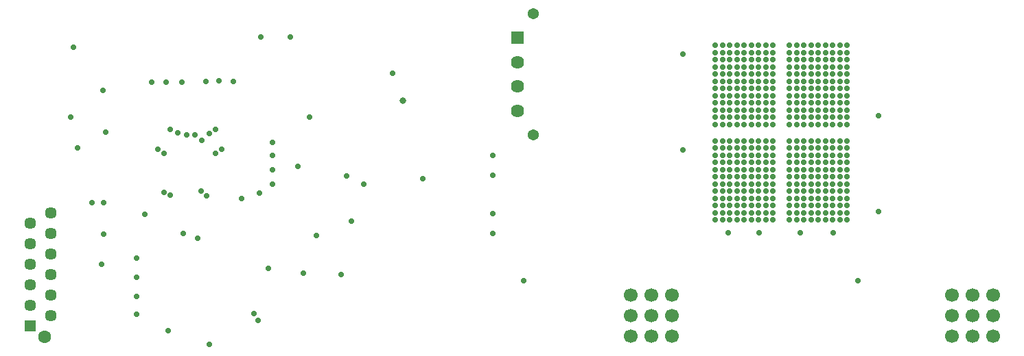
<source format=gbr>
%TF.GenerationSoftware,Altium Limited,Altium Designer,20.1.14 (287)*%
G04 Layer_Color=16711935*
%FSLAX26Y26*%
%MOIN*%
%TF.SameCoordinates,99935E59-988C-4C8E-A83C-0B030DBE8EB2*%
%TF.FilePolarity,Negative*%
%TF.FileFunction,Soldermask,Bot*%
%TF.Part,Single*%
G01*
G75*
%TA.AperFunction,ComponentPad*%
%ADD42C,0.062992*%
%TA.AperFunction,ViaPad*%
%ADD51C,0.027937*%
%TA.AperFunction,ComponentPad*%
%ADD52C,0.066929*%
%ADD53C,0.063779*%
%ADD54R,0.063779X0.063779*%
%ADD55C,0.057087*%
%ADD56R,0.057087X0.057087*%
%ADD57C,0.053937*%
%TA.AperFunction,ViaPad*%
%ADD58C,0.031937*%
D42*
X150000Y90000D02*
D03*
D51*
X3651416Y940000D02*
D03*
X3406416D02*
D03*
X3651416Y1010000D02*
D03*
X3406416D02*
D03*
X3581416Y940000D02*
D03*
Y1010000D02*
D03*
X3651416Y975000D02*
D03*
X3406416D02*
D03*
X3581416D02*
D03*
X3651416Y1045000D02*
D03*
X3581416D02*
D03*
X3476416Y940000D02*
D03*
Y1010000D02*
D03*
X3441416Y940000D02*
D03*
Y1010000D02*
D03*
X3511416Y940000D02*
D03*
X3546416D02*
D03*
X3511416Y1010000D02*
D03*
X3546416D02*
D03*
X3616416Y940000D02*
D03*
Y1010000D02*
D03*
X3686416Y940000D02*
D03*
Y1010000D02*
D03*
X3476416Y975000D02*
D03*
X3441416D02*
D03*
X3476416Y1045000D02*
D03*
X3511416Y975000D02*
D03*
X3546416D02*
D03*
X3511416Y1045000D02*
D03*
X3546416D02*
D03*
X3616416Y975000D02*
D03*
Y1045000D02*
D03*
X3686416Y975000D02*
D03*
Y1045000D02*
D03*
X3581416Y870000D02*
D03*
X3406416D02*
D03*
X3581416Y800000D02*
D03*
X3406416D02*
D03*
X3651416D02*
D03*
Y870000D02*
D03*
X3581416Y660000D02*
D03*
X3406416D02*
D03*
Y695000D02*
D03*
X3581416D02*
D03*
Y730000D02*
D03*
X3406416D02*
D03*
X3581416Y765000D02*
D03*
X3406416D02*
D03*
Y835000D02*
D03*
X3581416D02*
D03*
X3406416Y905000D02*
D03*
X3581416D02*
D03*
X3651416Y695000D02*
D03*
Y660000D02*
D03*
Y765000D02*
D03*
Y730000D02*
D03*
Y835000D02*
D03*
Y905000D02*
D03*
X3476416Y800000D02*
D03*
Y870000D02*
D03*
X3441416D02*
D03*
Y800000D02*
D03*
X3511416Y870000D02*
D03*
X3546416D02*
D03*
Y800000D02*
D03*
X3511416D02*
D03*
X3616416Y870000D02*
D03*
Y800000D02*
D03*
X3686416Y870000D02*
D03*
Y800000D02*
D03*
X3441416Y695000D02*
D03*
X3476416Y660000D02*
D03*
Y695000D02*
D03*
X3441416Y660000D02*
D03*
X3476416Y730000D02*
D03*
X3441416D02*
D03*
X3476416Y765000D02*
D03*
X3441416D02*
D03*
X3476416Y835000D02*
D03*
X3441416D02*
D03*
Y905000D02*
D03*
X3476416D02*
D03*
X3511416Y660000D02*
D03*
X3546416Y695000D02*
D03*
Y660000D02*
D03*
X3511416Y695000D02*
D03*
X3546416Y765000D02*
D03*
X3511416D02*
D03*
Y730000D02*
D03*
X3546416D02*
D03*
Y835000D02*
D03*
X3511416D02*
D03*
Y905000D02*
D03*
X3546416D02*
D03*
X3616416Y660000D02*
D03*
Y695000D02*
D03*
Y765000D02*
D03*
Y730000D02*
D03*
Y835000D02*
D03*
Y905000D02*
D03*
X3686416Y660000D02*
D03*
Y695000D02*
D03*
Y730000D02*
D03*
Y765000D02*
D03*
Y835000D02*
D03*
Y905000D02*
D03*
X3441416Y1045000D02*
D03*
X3406416D02*
D03*
X4011416Y940000D02*
D03*
X3766416D02*
D03*
X4011416Y1010000D02*
D03*
X3766416D02*
D03*
X3941416Y940000D02*
D03*
Y1010000D02*
D03*
X4011416Y975000D02*
D03*
X3766416D02*
D03*
X3941416D02*
D03*
X4011416Y1045000D02*
D03*
X3941416D02*
D03*
X3836416Y940000D02*
D03*
Y1010000D02*
D03*
X3801416Y940000D02*
D03*
Y1010000D02*
D03*
X3871416Y940000D02*
D03*
X3906416D02*
D03*
X3871416Y1010000D02*
D03*
X3906416D02*
D03*
X3976416Y940000D02*
D03*
Y1010000D02*
D03*
X4046416Y940000D02*
D03*
Y1010000D02*
D03*
X3836416Y975000D02*
D03*
X3801416D02*
D03*
X3836416Y1045000D02*
D03*
X3871416Y975000D02*
D03*
X3906416D02*
D03*
X3871416Y1045000D02*
D03*
X3906416D02*
D03*
X3976416Y975000D02*
D03*
Y1045000D02*
D03*
X4046416Y975000D02*
D03*
Y1045000D02*
D03*
X3941416Y870000D02*
D03*
X3766416D02*
D03*
X3941416Y800000D02*
D03*
X3766416D02*
D03*
X4011416D02*
D03*
Y870000D02*
D03*
X3941416Y660000D02*
D03*
X3766416D02*
D03*
Y695000D02*
D03*
X3941416D02*
D03*
Y730000D02*
D03*
X3766416D02*
D03*
X3941416Y765000D02*
D03*
X3766416D02*
D03*
Y835000D02*
D03*
X3941416D02*
D03*
X3766416Y905000D02*
D03*
X3941416D02*
D03*
X4011416Y695000D02*
D03*
Y660000D02*
D03*
Y765000D02*
D03*
Y730000D02*
D03*
Y835000D02*
D03*
Y905000D02*
D03*
X3836416Y800000D02*
D03*
Y870000D02*
D03*
X3801416D02*
D03*
Y800000D02*
D03*
X3871416Y870000D02*
D03*
X3906416D02*
D03*
Y800000D02*
D03*
X3871416D02*
D03*
X3976416Y870000D02*
D03*
Y800000D02*
D03*
X4046416Y870000D02*
D03*
Y800000D02*
D03*
X3801416Y695000D02*
D03*
X3836416Y660000D02*
D03*
Y695000D02*
D03*
X3801416Y660000D02*
D03*
X3836416Y730000D02*
D03*
X3801416D02*
D03*
X3836416Y765000D02*
D03*
X3801416D02*
D03*
X3836416Y835000D02*
D03*
X3801416D02*
D03*
Y905000D02*
D03*
X3836416D02*
D03*
X3871416Y660000D02*
D03*
X3906416Y695000D02*
D03*
Y660000D02*
D03*
X3871416Y695000D02*
D03*
X3906416Y765000D02*
D03*
X3871416D02*
D03*
Y730000D02*
D03*
X3906416D02*
D03*
Y835000D02*
D03*
X3871416D02*
D03*
Y905000D02*
D03*
X3906416D02*
D03*
X3976416Y660000D02*
D03*
Y695000D02*
D03*
Y765000D02*
D03*
Y730000D02*
D03*
Y835000D02*
D03*
Y905000D02*
D03*
X4046416Y660000D02*
D03*
Y695000D02*
D03*
Y730000D02*
D03*
Y765000D02*
D03*
Y835000D02*
D03*
Y905000D02*
D03*
X3801416Y1045000D02*
D03*
X3766416D02*
D03*
X4011416Y1405000D02*
D03*
X3766416D02*
D03*
X4011416Y1475000D02*
D03*
X3766416D02*
D03*
X3941416Y1405000D02*
D03*
Y1475000D02*
D03*
X4011416Y1440000D02*
D03*
X3766416D02*
D03*
X3941416D02*
D03*
X4011416Y1510000D02*
D03*
X3941416D02*
D03*
X3836416Y1405000D02*
D03*
Y1475000D02*
D03*
X3801416Y1405000D02*
D03*
Y1475000D02*
D03*
X3871416Y1405000D02*
D03*
X3906416D02*
D03*
X3871416Y1475000D02*
D03*
X3906416D02*
D03*
X3976416Y1405000D02*
D03*
Y1475000D02*
D03*
X4046416Y1405000D02*
D03*
Y1475000D02*
D03*
X3836416Y1440000D02*
D03*
X3801416D02*
D03*
X3836416Y1510000D02*
D03*
X3871416Y1440000D02*
D03*
X3906416D02*
D03*
X3871416Y1510000D02*
D03*
X3906416D02*
D03*
X3976416Y1440000D02*
D03*
Y1510000D02*
D03*
X4046416Y1440000D02*
D03*
Y1510000D02*
D03*
X3941416Y1335000D02*
D03*
X3766416D02*
D03*
X3941416Y1265000D02*
D03*
X3766416D02*
D03*
X4011416D02*
D03*
Y1335000D02*
D03*
X3941416Y1125000D02*
D03*
X3766416D02*
D03*
Y1160000D02*
D03*
X3941416D02*
D03*
Y1195000D02*
D03*
X3766416D02*
D03*
X3941416Y1230000D02*
D03*
X3766416D02*
D03*
Y1300000D02*
D03*
X3941416D02*
D03*
X3766416Y1370000D02*
D03*
X3941416D02*
D03*
X4011416Y1160000D02*
D03*
Y1125000D02*
D03*
Y1230000D02*
D03*
Y1195000D02*
D03*
Y1300000D02*
D03*
Y1370000D02*
D03*
X3836416Y1265000D02*
D03*
Y1335000D02*
D03*
X3801416D02*
D03*
Y1265000D02*
D03*
X3871416Y1335000D02*
D03*
X3906416D02*
D03*
Y1265000D02*
D03*
X3871416D02*
D03*
X3976416Y1335000D02*
D03*
Y1265000D02*
D03*
X4046416Y1335000D02*
D03*
Y1265000D02*
D03*
X3801416Y1160000D02*
D03*
X3836416Y1125000D02*
D03*
Y1160000D02*
D03*
X3801416Y1125000D02*
D03*
X3836416Y1195000D02*
D03*
X3801416D02*
D03*
X3836416Y1230000D02*
D03*
X3801416D02*
D03*
X3836416Y1300000D02*
D03*
X3801416D02*
D03*
Y1370000D02*
D03*
X3836416D02*
D03*
X3871416Y1125000D02*
D03*
X3906416Y1160000D02*
D03*
Y1125000D02*
D03*
X3871416Y1160000D02*
D03*
X3906416Y1230000D02*
D03*
X3871416D02*
D03*
Y1195000D02*
D03*
X3906416D02*
D03*
Y1300000D02*
D03*
X3871416D02*
D03*
Y1370000D02*
D03*
X3906416D02*
D03*
X3976416Y1125000D02*
D03*
Y1160000D02*
D03*
Y1230000D02*
D03*
Y1195000D02*
D03*
Y1300000D02*
D03*
Y1370000D02*
D03*
X4046416Y1125000D02*
D03*
Y1160000D02*
D03*
Y1195000D02*
D03*
Y1230000D02*
D03*
Y1300000D02*
D03*
Y1370000D02*
D03*
X3801416Y1510000D02*
D03*
X3766416D02*
D03*
X3651416Y1405000D02*
D03*
X3406416D02*
D03*
X3651416Y1475000D02*
D03*
X3406416D02*
D03*
X3581416Y1405000D02*
D03*
Y1475000D02*
D03*
X3651416Y1440000D02*
D03*
X3406416D02*
D03*
X3581416D02*
D03*
X3651416Y1510000D02*
D03*
X3581416D02*
D03*
X3476416Y1405000D02*
D03*
Y1475000D02*
D03*
X3441416Y1405000D02*
D03*
Y1475000D02*
D03*
X3511416Y1405000D02*
D03*
X3546416D02*
D03*
X3511416Y1475000D02*
D03*
X3546416D02*
D03*
X3616416Y1405000D02*
D03*
Y1475000D02*
D03*
X3686416Y1405000D02*
D03*
Y1475000D02*
D03*
X3476416Y1440000D02*
D03*
X3441416D02*
D03*
X3476416Y1510000D02*
D03*
X3511416Y1440000D02*
D03*
X3546416D02*
D03*
X3511416Y1510000D02*
D03*
X3546416D02*
D03*
X3616416Y1440000D02*
D03*
Y1510000D02*
D03*
X3686416Y1440000D02*
D03*
Y1510000D02*
D03*
X3581416Y1335000D02*
D03*
X3406416D02*
D03*
X3581416Y1265000D02*
D03*
X3406416D02*
D03*
X3651416D02*
D03*
Y1335000D02*
D03*
X3581416Y1125000D02*
D03*
X3406416D02*
D03*
Y1160000D02*
D03*
X3581416D02*
D03*
Y1195000D02*
D03*
X3406416D02*
D03*
X3581416Y1230000D02*
D03*
X3406416D02*
D03*
Y1300000D02*
D03*
X3581416D02*
D03*
X3406416Y1370000D02*
D03*
X3581416D02*
D03*
X3651416Y1160000D02*
D03*
Y1125000D02*
D03*
Y1230000D02*
D03*
Y1195000D02*
D03*
Y1300000D02*
D03*
Y1370000D02*
D03*
X3476416Y1265000D02*
D03*
Y1335000D02*
D03*
X3441416D02*
D03*
Y1265000D02*
D03*
X3511416Y1335000D02*
D03*
X3546416D02*
D03*
Y1265000D02*
D03*
X3511416D02*
D03*
X3616416Y1335000D02*
D03*
Y1265000D02*
D03*
X3686416Y1335000D02*
D03*
Y1265000D02*
D03*
X3441416Y1160000D02*
D03*
X3476416Y1125000D02*
D03*
Y1160000D02*
D03*
X3441416Y1125000D02*
D03*
X3476416Y1195000D02*
D03*
X3441416D02*
D03*
X3476416Y1230000D02*
D03*
X3441416D02*
D03*
X3476416Y1300000D02*
D03*
X3441416D02*
D03*
Y1370000D02*
D03*
X3476416D02*
D03*
X3511416Y1125000D02*
D03*
X3546416Y1160000D02*
D03*
Y1125000D02*
D03*
X3511416Y1160000D02*
D03*
X3546416Y1230000D02*
D03*
X3511416D02*
D03*
Y1195000D02*
D03*
X3546416D02*
D03*
Y1300000D02*
D03*
X3511416D02*
D03*
Y1370000D02*
D03*
X3546416D02*
D03*
X3616416Y1125000D02*
D03*
Y1160000D02*
D03*
Y1230000D02*
D03*
Y1195000D02*
D03*
Y1300000D02*
D03*
Y1370000D02*
D03*
X3686416Y1125000D02*
D03*
Y1160000D02*
D03*
Y1195000D02*
D03*
Y1230000D02*
D03*
Y1300000D02*
D03*
Y1370000D02*
D03*
X3441416Y1510000D02*
D03*
X3406416D02*
D03*
X4100000Y365000D02*
D03*
X2475000D02*
D03*
X3820000Y597480D02*
D03*
X4200000Y702500D02*
D03*
X2325000Y595000D02*
D03*
X4200000Y1167500D02*
D03*
X3250000Y1002520D02*
D03*
X2325000Y690796D02*
D03*
Y877371D02*
D03*
X3250000Y1468780D02*
D03*
X2325000Y975000D02*
D03*
X3620000Y597480D02*
D03*
X3980000D02*
D03*
X3470000D02*
D03*
X1640000Y655000D02*
D03*
X1405000Y401861D02*
D03*
X1435000Y1160000D02*
D03*
X950000Y1079878D02*
D03*
X595000Y288129D02*
D03*
X1235000Y425000D02*
D03*
X1615000Y875000D02*
D03*
X1470000Y585000D02*
D03*
X1839921Y1375079D02*
D03*
X436082Y745000D02*
D03*
X435000Y590000D02*
D03*
X1198852Y1550778D02*
D03*
X760410Y1100000D02*
D03*
X1380000Y920000D02*
D03*
X636828Y688593D02*
D03*
X308788Y1013000D02*
D03*
X1700000Y835000D02*
D03*
X1255000Y1038080D02*
D03*
X823126Y595118D02*
D03*
X795978Y1084755D02*
D03*
X1341647Y1550778D02*
D03*
X840000Y1075000D02*
D03*
X1190770Y790000D02*
D03*
X595000Y382341D02*
D03*
X670000Y1330000D02*
D03*
X980000Y1100000D02*
D03*
X426528Y445488D02*
D03*
X379503Y745000D02*
D03*
X730000Y795000D02*
D03*
X700000Y1005000D02*
D03*
X595000Y475096D02*
D03*
X815000Y1330000D02*
D03*
X290000Y1500000D02*
D03*
X911543Y1049537D02*
D03*
X275000Y1160000D02*
D03*
X910000Y800000D02*
D03*
X1010000Y1005000D02*
D03*
X892716Y570000D02*
D03*
X1587176Y395225D02*
D03*
X1105000Y765000D02*
D03*
X1985000Y860000D02*
D03*
X1165000Y205000D02*
D03*
X750000Y120000D02*
D03*
X1255000Y905000D02*
D03*
X595000Y200591D02*
D03*
X1186289Y171159D02*
D03*
X1065000Y1335000D02*
D03*
X930911Y1334325D02*
D03*
X950000Y53377D02*
D03*
X1255000Y835000D02*
D03*
X433387Y1293000D02*
D03*
X445765Y1087631D02*
D03*
X997000Y1338415D02*
D03*
X980000Y985000D02*
D03*
X740000Y1330000D02*
D03*
X760410Y779795D02*
D03*
X880000Y1075000D02*
D03*
X730000Y985000D02*
D03*
X936443Y778628D02*
D03*
X1255000Y975000D02*
D03*
D52*
X4655000Y195000D02*
D03*
X4755000D02*
D03*
Y295000D02*
D03*
X4655000D02*
D03*
X4555000D02*
D03*
Y195000D02*
D03*
X4755000Y95000D02*
D03*
X4555000D02*
D03*
X4655000D02*
D03*
X3095000Y195000D02*
D03*
X3195000D02*
D03*
Y295000D02*
D03*
X3095000D02*
D03*
X2995000D02*
D03*
Y195000D02*
D03*
X3195000Y95000D02*
D03*
X2995000D02*
D03*
X3095000D02*
D03*
D53*
X2445135Y1310621D02*
D03*
Y1428731D02*
D03*
Y1192510D02*
D03*
D54*
Y1546841D02*
D03*
D55*
X179134Y395118D02*
D03*
Y495118D02*
D03*
Y595118D02*
D03*
Y695118D02*
D03*
X79134Y445118D02*
D03*
Y545118D02*
D03*
Y645118D02*
D03*
X179134Y195118D02*
D03*
X79134Y245118D02*
D03*
X179134Y295118D02*
D03*
X79134Y345118D02*
D03*
D56*
Y145118D02*
D03*
D57*
X2522300Y1664951D02*
D03*
Y1074399D02*
D03*
D58*
X1890000Y1240000D02*
D03*
%TF.MD5,be9fd5aed00187867d91c83177ef8854*%
M02*

</source>
